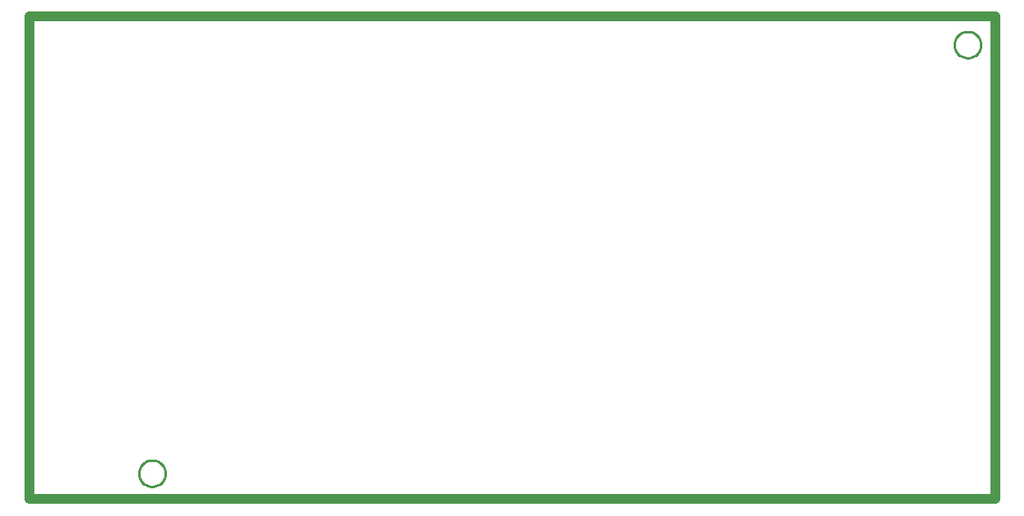
<source format=gko>
G04*
G04 #@! TF.GenerationSoftware,Altium Limited,Altium Designer,20.0.13 (296)*
G04*
G04 Layer_Color=16711935*
%FSLAX25Y25*%
%MOIN*%
G70*
G01*
G75*
%ADD10C,0.01000*%
%ADD30C,0.03937*%
D10*
X387906Y185394D02*
X387813Y186387D01*
X387541Y187346D01*
X387096Y188239D01*
X386495Y189035D01*
X385757Y189707D01*
X384909Y190233D01*
X383979Y190593D01*
X382999Y190776D01*
X382001D01*
X381021Y190593D01*
X380091Y190233D01*
X379242Y189707D01*
X378505Y189035D01*
X377904Y188239D01*
X377460Y187346D01*
X377186Y186387D01*
X377095Y185394D01*
X377186Y184400D01*
X377460Y183441D01*
X377904Y182548D01*
X378505Y181752D01*
X379242Y181080D01*
X380091Y180555D01*
X381021Y180194D01*
X382001Y180011D01*
X382999D01*
X383979Y180194D01*
X384910Y180555D01*
X385757Y181080D01*
X386495Y181752D01*
X387096Y182548D01*
X387541Y183441D01*
X387813Y184400D01*
X387906Y185394D01*
X55405Y10394D02*
X55313Y11387D01*
X55041Y12346D01*
X54596Y13239D01*
X53995Y14035D01*
X53258Y14707D01*
X52409Y15233D01*
X51479Y15593D01*
X50499Y15776D01*
X49501D01*
X48521Y15593D01*
X47591Y15233D01*
X46742Y14707D01*
X46005Y14035D01*
X45404Y13239D01*
X44960Y12346D01*
X44686Y11387D01*
X44594Y10394D01*
X44686Y9400D01*
X44960Y8441D01*
X45404Y7548D01*
X46005Y6752D01*
X46742Y6080D01*
X47591Y5555D01*
X48521Y5195D01*
X49501Y5011D01*
X50499D01*
X51479Y5195D01*
X52409Y5555D01*
X53258Y6080D01*
X53995Y6752D01*
X54596Y7548D01*
X55041Y8441D01*
X55313Y9400D01*
X55405Y10394D01*
D30*
X0Y196850D02*
X393701D01*
Y0D02*
Y196850D01*
X0Y0D02*
X393701D01*
X0D02*
Y196850D01*
M02*

</source>
